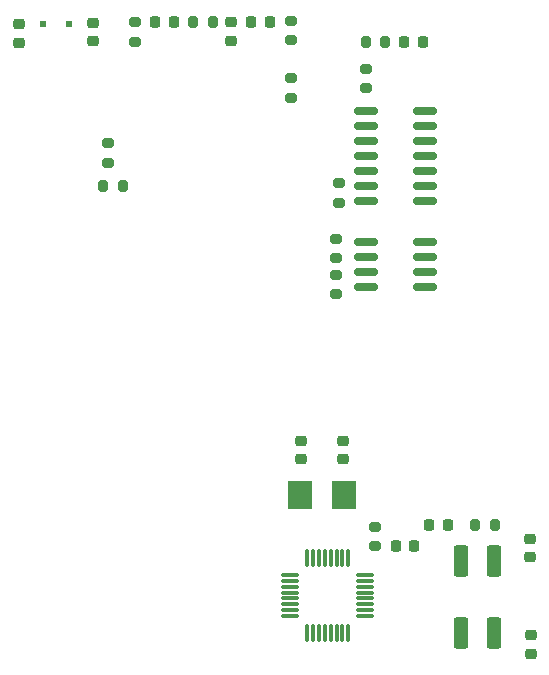
<source format=gtp>
G04 #@! TF.GenerationSoftware,KiCad,Pcbnew,(6.0.4-0)*
G04 #@! TF.CreationDate,2022-05-10T10:58:29-07:00*
G04 #@! TF.ProjectId,Labpass RFID Reader,4c616270-6173-4732-9052-464944205265,0.1.0*
G04 #@! TF.SameCoordinates,Original*
G04 #@! TF.FileFunction,Paste,Top*
G04 #@! TF.FilePolarity,Positive*
%FSLAX46Y46*%
G04 Gerber Fmt 4.6, Leading zero omitted, Abs format (unit mm)*
G04 Created by KiCad (PCBNEW (6.0.4-0)) date 2022-05-10 10:58:29*
%MOMM*%
%LPD*%
G01*
G04 APERTURE LIST*
G04 Aperture macros list*
%AMRoundRect*
0 Rectangle with rounded corners*
0 $1 Rounding radius*
0 $2 $3 $4 $5 $6 $7 $8 $9 X,Y pos of 4 corners*
0 Add a 4 corners polygon primitive as box body*
4,1,4,$2,$3,$4,$5,$6,$7,$8,$9,$2,$3,0*
0 Add four circle primitives for the rounded corners*
1,1,$1+$1,$2,$3*
1,1,$1+$1,$4,$5*
1,1,$1+$1,$6,$7*
1,1,$1+$1,$8,$9*
0 Add four rect primitives between the rounded corners*
20,1,$1+$1,$2,$3,$4,$5,0*
20,1,$1+$1,$4,$5,$6,$7,0*
20,1,$1+$1,$6,$7,$8,$9,0*
20,1,$1+$1,$8,$9,$2,$3,0*%
G04 Aperture macros list end*
%ADD10RoundRect,0.225000X-0.225000X-0.250000X0.225000X-0.250000X0.225000X0.250000X-0.225000X0.250000X0*%
%ADD11RoundRect,0.225000X0.225000X0.250000X-0.225000X0.250000X-0.225000X-0.250000X0.225000X-0.250000X0*%
%ADD12R,0.500000X0.500000*%
%ADD13R,2.000000X2.400000*%
%ADD14RoundRect,0.250000X-0.375000X-1.075000X0.375000X-1.075000X0.375000X1.075000X-0.375000X1.075000X0*%
%ADD15RoundRect,0.225000X-0.250000X0.225000X-0.250000X-0.225000X0.250000X-0.225000X0.250000X0.225000X0*%
%ADD16RoundRect,0.200000X0.200000X0.275000X-0.200000X0.275000X-0.200000X-0.275000X0.200000X-0.275000X0*%
%ADD17RoundRect,0.200000X-0.200000X-0.275000X0.200000X-0.275000X0.200000X0.275000X-0.200000X0.275000X0*%
%ADD18RoundRect,0.200000X-0.275000X0.200000X-0.275000X-0.200000X0.275000X-0.200000X0.275000X0.200000X0*%
%ADD19RoundRect,0.200000X0.275000X-0.200000X0.275000X0.200000X-0.275000X0.200000X-0.275000X-0.200000X0*%
%ADD20RoundRect,0.225000X0.250000X-0.225000X0.250000X0.225000X-0.250000X0.225000X-0.250000X-0.225000X0*%
%ADD21RoundRect,0.150000X-0.825000X-0.150000X0.825000X-0.150000X0.825000X0.150000X-0.825000X0.150000X0*%
%ADD22RoundRect,0.075000X0.675000X-0.075000X0.675000X0.075000X-0.675000X0.075000X-0.675000X-0.075000X0*%
%ADD23RoundRect,0.075000X0.075000X-0.675000X0.075000X0.675000X-0.075000X0.675000X-0.075000X-0.675000X0*%
%ADD24RoundRect,0.250000X0.375000X1.075000X-0.375000X1.075000X-0.375000X-1.075000X0.375000X-1.075000X0*%
G04 APERTURE END LIST*
D10*
X163042000Y-108458000D03*
X164592000Y-108458000D03*
D11*
X149516169Y-65882169D03*
X147966169Y-65882169D03*
D12*
X132502000Y-66040000D03*
X130302000Y-66040000D03*
D13*
X155775169Y-105922169D03*
X152075169Y-105922169D03*
D14*
X165733169Y-111510169D03*
X168533169Y-111510169D03*
D10*
X160184169Y-110238169D03*
X161734169Y-110238169D03*
D15*
X128270000Y-66040000D03*
X128270000Y-67590000D03*
D16*
X166916169Y-108460169D03*
X168566169Y-108460169D03*
D17*
X157644169Y-67566169D03*
X159294169Y-67566169D03*
D18*
X157644169Y-69789169D03*
X157644169Y-71439169D03*
D16*
X137091182Y-79760280D03*
X135441182Y-79760280D03*
D18*
X155104169Y-87252169D03*
X155104169Y-88902169D03*
D19*
X138086169Y-67532169D03*
X138086169Y-65882169D03*
D11*
X162476169Y-67566169D03*
X160926169Y-67566169D03*
D15*
X155703169Y-101322169D03*
X155703169Y-102872169D03*
D18*
X151294169Y-72262000D03*
X151294169Y-70612000D03*
D20*
X152147169Y-102872169D03*
X152147169Y-101322169D03*
D16*
X144690169Y-65882169D03*
X143040169Y-65882169D03*
D10*
X139838169Y-65882169D03*
X141388169Y-65882169D03*
D21*
X162659169Y-73408169D03*
X162659169Y-74678169D03*
X162659169Y-75948169D03*
X162659169Y-77218169D03*
X162659169Y-78488169D03*
X162659169Y-79758169D03*
X162659169Y-81028169D03*
X157709169Y-81028169D03*
X157709169Y-79758169D03*
X157709169Y-78488169D03*
X157709169Y-77218169D03*
X157709169Y-75948169D03*
X157709169Y-74678169D03*
X157709169Y-73408169D03*
D20*
X171526169Y-111172169D03*
X171526169Y-109622169D03*
D21*
X162659169Y-84457169D03*
X162659169Y-85727169D03*
X162659169Y-86997169D03*
X162659169Y-88267169D03*
X157709169Y-88267169D03*
X157709169Y-86997169D03*
X157709169Y-85727169D03*
X157709169Y-84457169D03*
D20*
X171626169Y-119322169D03*
X171626169Y-117772169D03*
D19*
X135851182Y-77760280D03*
X135851182Y-76110280D03*
D22*
X151258169Y-116150169D03*
X151258169Y-115650169D03*
X151258169Y-115150169D03*
X151258169Y-114650169D03*
X151258169Y-114150169D03*
X151258169Y-113650169D03*
X151258169Y-113150169D03*
X151258169Y-112650169D03*
D23*
X152683169Y-111225169D03*
X153183169Y-111225169D03*
X153683169Y-111225169D03*
X154183169Y-111225169D03*
X154683169Y-111225169D03*
X155183169Y-111225169D03*
X155683169Y-111225169D03*
X156183169Y-111225169D03*
D22*
X157608169Y-112650169D03*
X157608169Y-113150169D03*
X157608169Y-113650169D03*
X157608169Y-114150169D03*
X157608169Y-114650169D03*
X157608169Y-115150169D03*
X157608169Y-115650169D03*
X157608169Y-116150169D03*
D23*
X156183169Y-117575169D03*
X155683169Y-117575169D03*
X155183169Y-117575169D03*
X154683169Y-117575169D03*
X154183169Y-117575169D03*
X153683169Y-117575169D03*
X153183169Y-117575169D03*
X152683169Y-117575169D03*
D18*
X155358169Y-79504169D03*
X155358169Y-81154169D03*
D24*
X168533169Y-117604169D03*
X165733169Y-117604169D03*
D15*
X146214169Y-65882169D03*
X146214169Y-67432169D03*
D18*
X155104169Y-84204169D03*
X155104169Y-85854169D03*
D15*
X134530169Y-65910169D03*
X134530169Y-67460169D03*
D18*
X151294169Y-65723000D03*
X151294169Y-67373000D03*
X158406169Y-108588169D03*
X158406169Y-110238169D03*
M02*

</source>
